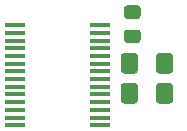
<source format=gbr>
G04 #@! TF.GenerationSoftware,KiCad,Pcbnew,5.1.6-c6e7f7d~86~ubuntu18.04.1*
G04 #@! TF.CreationDate,2020-05-25T21:41:21-07:00*
G04 #@! TF.ProjectId,usb_power,7573625f-706f-4776-9572-2e6b69636164,rev?*
G04 #@! TF.SameCoordinates,Original*
G04 #@! TF.FileFunction,Paste,Bot*
G04 #@! TF.FilePolarity,Positive*
%FSLAX46Y46*%
G04 Gerber Fmt 4.6, Leading zero omitted, Abs format (unit mm)*
G04 Created by KiCad (PCBNEW 5.1.6-c6e7f7d~86~ubuntu18.04.1) date 2020-05-25 21:41:21*
%MOMM*%
%LPD*%
G01*
G04 APERTURE LIST*
%ADD10R,1.750000X0.450000*%
G04 APERTURE END LIST*
D10*
X161080000Y-110905000D03*
X161080000Y-110255000D03*
X161080000Y-109605000D03*
X161080000Y-108955000D03*
X161080000Y-108305000D03*
X161080000Y-107655000D03*
X161080000Y-107005000D03*
X161080000Y-106355000D03*
X161080000Y-105705000D03*
X161080000Y-105055000D03*
X161080000Y-104405000D03*
X161080000Y-103755000D03*
X161080000Y-103105000D03*
X161080000Y-102455000D03*
X153880000Y-102455000D03*
X153880000Y-103105000D03*
X153880000Y-103755000D03*
X153880000Y-104405000D03*
X153880000Y-105055000D03*
X153880000Y-105705000D03*
X153880000Y-106355000D03*
X153880000Y-107005000D03*
X153880000Y-107655000D03*
X153880000Y-108305000D03*
X153880000Y-108955000D03*
X153880000Y-109605000D03*
X153880000Y-110255000D03*
X153880000Y-110905000D03*
G36*
G01*
X164280001Y-101903000D02*
X163379999Y-101903000D01*
G75*
G02*
X163130000Y-101653001I0J249999D01*
G01*
X163130000Y-101002999D01*
G75*
G02*
X163379999Y-100753000I249999J0D01*
G01*
X164280001Y-100753000D01*
G75*
G02*
X164530000Y-101002999I0J-249999D01*
G01*
X164530000Y-101653001D01*
G75*
G02*
X164280001Y-101903000I-249999J0D01*
G01*
G37*
G36*
G01*
X164280001Y-103953000D02*
X163379999Y-103953000D01*
G75*
G02*
X163130000Y-103703001I0J249999D01*
G01*
X163130000Y-103052999D01*
G75*
G02*
X163379999Y-102803000I249999J0D01*
G01*
X164280001Y-102803000D01*
G75*
G02*
X164530000Y-103052999I0J-249999D01*
G01*
X164530000Y-103703001D01*
G75*
G02*
X164280001Y-103953000I-249999J0D01*
G01*
G37*
G36*
G01*
X165838500Y-106289000D02*
X165838500Y-105039000D01*
G75*
G02*
X166088500Y-104789000I250000J0D01*
G01*
X167013500Y-104789000D01*
G75*
G02*
X167263500Y-105039000I0J-250000D01*
G01*
X167263500Y-106289000D01*
G75*
G02*
X167013500Y-106539000I-250000J0D01*
G01*
X166088500Y-106539000D01*
G75*
G02*
X165838500Y-106289000I0J250000D01*
G01*
G37*
G36*
G01*
X162863500Y-106289000D02*
X162863500Y-105039000D01*
G75*
G02*
X163113500Y-104789000I250000J0D01*
G01*
X164038500Y-104789000D01*
G75*
G02*
X164288500Y-105039000I0J-250000D01*
G01*
X164288500Y-106289000D01*
G75*
G02*
X164038500Y-106539000I-250000J0D01*
G01*
X163113500Y-106539000D01*
G75*
G02*
X162863500Y-106289000I0J250000D01*
G01*
G37*
G36*
G01*
X165838500Y-108829000D02*
X165838500Y-107579000D01*
G75*
G02*
X166088500Y-107329000I250000J0D01*
G01*
X167013500Y-107329000D01*
G75*
G02*
X167263500Y-107579000I0J-250000D01*
G01*
X167263500Y-108829000D01*
G75*
G02*
X167013500Y-109079000I-250000J0D01*
G01*
X166088500Y-109079000D01*
G75*
G02*
X165838500Y-108829000I0J250000D01*
G01*
G37*
G36*
G01*
X162863500Y-108829000D02*
X162863500Y-107579000D01*
G75*
G02*
X163113500Y-107329000I250000J0D01*
G01*
X164038500Y-107329000D01*
G75*
G02*
X164288500Y-107579000I0J-250000D01*
G01*
X164288500Y-108829000D01*
G75*
G02*
X164038500Y-109079000I-250000J0D01*
G01*
X163113500Y-109079000D01*
G75*
G02*
X162863500Y-108829000I0J250000D01*
G01*
G37*
M02*

</source>
